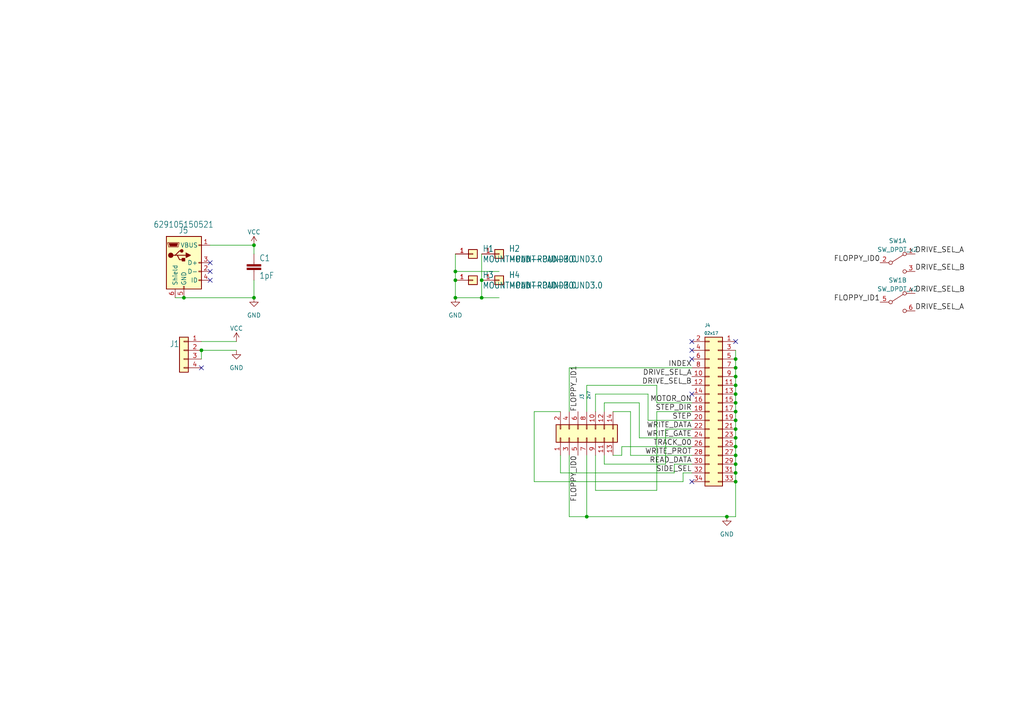
<source format=kicad_sch>
(kicad_sch (version 20210126) (generator eeschema)
  (paper "A4")
  (lib_symbols
    (symbol "Connector:USB_B_Micro" (pin_names (offset 1.016))
      (property "Reference" "J" (at -5.08 11.43 0))
      (property "Value" "USB_B_Micro" (at -5.08 8.89 0))
      (symbol "USB_B_Micro_0_1"
        (circle (center -3.81 2.159) (radius 0.635) (stroke (width 0.254)) (fill (type outline)))
        (circle (center -0.635 3.429) (radius 0.381) (stroke (width 0.254)) (fill (type outline)))
        (rectangle (start -0.127 -7.62) (end 0.127 -6.858))
        (rectangle (start 5.08 -5.207) (end 4.318 -4.953))
        (rectangle (start 5.08 -2.667) (end 4.318 -2.413))
        (rectangle (start 5.08 -0.127) (end 4.318 0.127))
        (rectangle (start 5.08 4.953) (end 4.318 5.207))
        (rectangle (start 0.254 1.27) (end -0.508 0.508) (stroke (width 0.254)) (fill (type outline)))
        (rectangle (start -5.08 -7.62) (end 5.08 7.62) (stroke (width 0.254)) (fill (type background)))
        (polyline (pts (xy -1.905 2.159) (xy 0.635 2.159)) (stroke (width 0.254)))
        (polyline (pts (xy -3.175 2.159) (xy -2.54 2.159) (xy -1.27 3.429) (xy -0.635 3.429)) (stroke (width 0.254)))
        (polyline (pts (xy -2.54 2.159) (xy -1.905 2.159) (xy -1.27 0.889) (xy 0 0.889)) (stroke (width 0.254)))
        (polyline (pts (xy -4.699 5.842) (xy -4.699 5.588) (xy -4.445 4.826) (xy -4.445 4.572) (xy -1.651 4.572) (xy -1.651 4.826) (xy -1.397 5.588) (xy -1.397 5.842) (xy -4.699 5.842)))
        (polyline (pts (xy 0.635 2.794) (xy 0.635 1.524) (xy 1.905 2.159) (xy 0.635 2.794)) (stroke (width 0.254)) (fill (type outline)))
        (polyline (pts (xy -4.318 5.588) (xy -1.778 5.588) (xy -2.032 4.826) (xy -4.064 4.826) (xy -4.318 5.588)) (fill (type outline)))
      )
      (symbol "USB_B_Micro_1_1"
        (pin power_out line (at 7.62 5.08 180) (length 2.54) (name "VBUS") (number "1"))
        (pin bidirectional line (at 7.62 -2.54 180) (length 2.54) (name "D-") (number "2"))
        (pin bidirectional line (at 7.62 0 180) (length 2.54) (name "D+") (number "3"))
        (pin passive line (at 7.62 -5.08 180) (length 2.54) (name "ID") (number "4"))
        (pin power_out line (at 0 -10.16 90) (length 2.54) (name "GND") (number "5"))
        (pin passive line (at -2.54 -10.16 90) (length 2.54) (name "Shield") (number "6"))
      )
    )
    (symbol "Connector_Generic:Conn_01x01" (pin_names (offset 1.016) hide)
      (property "Reference" "J" (at 0 2.54 0))
      (property "Value" "Conn_01x01" (at 0 -2.54 0))
      (symbol "Conn_01x01_1_1"
        (rectangle (start -1.27 0.127) (end 0 -0.127) (stroke (width 0.1524)))
        (rectangle (start -1.27 1.27) (end 1.27 -1.27) (stroke (width 0.254)) (fill (type background)))
        (pin passive line (at -5.08 0 0) (length 3.81) (name "Pin_1") (number "1"))
      )
    )
    (symbol "Connector_Generic:Conn_01x04" (pin_names (offset 1.016) hide)
      (property "Reference" "J" (at 0 5.08 0))
      (property "Value" "Conn_01x04" (at 0 -7.62 0))
      (symbol "Conn_01x04_1_1"
        (rectangle (start -1.27 -4.953) (end 0 -5.207) (stroke (width 0.1524)))
        (rectangle (start -1.27 -2.413) (end 0 -2.667) (stroke (width 0.1524)))
        (rectangle (start -1.27 0.127) (end 0 -0.127) (stroke (width 0.1524)))
        (rectangle (start -1.27 2.667) (end 0 2.413) (stroke (width 0.1524)))
        (rectangle (start -1.27 3.81) (end 1.27 -6.35) (stroke (width 0.254)) (fill (type background)))
        (pin passive line (at -5.08 2.54 0) (length 3.81) (name "Pin_1") (number "1"))
        (pin passive line (at -5.08 0 0) (length 3.81) (name "Pin_2") (number "2"))
        (pin passive line (at -5.08 -2.54 0) (length 3.81) (name "Pin_3") (number "3"))
        (pin passive line (at -5.08 -5.08 0) (length 3.81) (name "Pin_4") (number "4"))
      )
    )
    (symbol "Connector_Generic:Conn_02x07_Odd_Even" (pin_names (offset 1.016) hide)
      (property "Reference" "J" (at 1.27 10.16 0))
      (property "Value" "Conn_02x07_Odd_Even" (at 1.27 -10.16 0))
      (symbol "Conn_02x07_Odd_Even_1_1"
        (rectangle (start -1.27 -7.493) (end 0 -7.747) (stroke (width 0.1524)))
        (rectangle (start -1.27 -4.953) (end 0 -5.207) (stroke (width 0.1524)))
        (rectangle (start -1.27 -2.413) (end 0 -2.667) (stroke (width 0.1524)))
        (rectangle (start -1.27 0.127) (end 0 -0.127) (stroke (width 0.1524)))
        (rectangle (start -1.27 2.667) (end 0 2.413) (stroke (width 0.1524)))
        (rectangle (start -1.27 5.207) (end 0 4.953) (stroke (width 0.1524)))
        (rectangle (start -1.27 7.747) (end 0 7.493) (stroke (width 0.1524)))
        (rectangle (start 3.81 -7.493) (end 2.54 -7.747) (stroke (width 0.1524)))
        (rectangle (start 3.81 -4.953) (end 2.54 -5.207) (stroke (width 0.1524)))
        (rectangle (start 3.81 -2.413) (end 2.54 -2.667) (stroke (width 0.1524)))
        (rectangle (start 3.81 0.127) (end 2.54 -0.127) (stroke (width 0.1524)))
        (rectangle (start 3.81 2.667) (end 2.54 2.413) (stroke (width 0.1524)))
        (rectangle (start 3.81 5.207) (end 2.54 4.953) (stroke (width 0.1524)))
        (rectangle (start 3.81 7.747) (end 2.54 7.493) (stroke (width 0.1524)))
        (rectangle (start -1.27 8.89) (end 3.81 -8.89) (stroke (width 0.254)) (fill (type background)))
        (pin passive line (at -5.08 7.62 0) (length 3.81) (name "Pin_1") (number "1"))
        (pin passive line (at 7.62 -2.54 180) (length 3.81) (name "Pin_10") (number "10"))
        (pin passive line (at -5.08 -5.08 0) (length 3.81) (name "Pin_11") (number "11"))
        (pin passive line (at 7.62 -5.08 180) (length 3.81) (name "Pin_12") (number "12"))
        (pin passive line (at -5.08 -7.62 0) (length 3.81) (name "Pin_13") (number "13"))
        (pin passive line (at 7.62 -7.62 180) (length 3.81) (name "Pin_14") (number "14"))
        (pin passive line (at 7.62 7.62 180) (length 3.81) (name "Pin_2") (number "2"))
        (pin passive line (at -5.08 5.08 0) (length 3.81) (name "Pin_3") (number "3"))
        (pin passive line (at 7.62 5.08 180) (length 3.81) (name "Pin_4") (number "4"))
        (pin passive line (at -5.08 2.54 0) (length 3.81) (name "Pin_5") (number "5"))
        (pin passive line (at 7.62 2.54 180) (length 3.81) (name "Pin_6") (number "6"))
        (pin passive line (at -5.08 0 0) (length 3.81) (name "Pin_7") (number "7"))
        (pin passive line (at 7.62 0 180) (length 3.81) (name "Pin_8") (number "8"))
        (pin passive line (at -5.08 -2.54 0) (length 3.81) (name "Pin_9") (number "9"))
      )
    )
    (symbol "Connector_Generic:Conn_02x17_Odd_Even" (pin_names (offset 1.016) hide)
      (property "Reference" "J" (at 1.27 22.86 0))
      (property "Value" "Conn_02x17_Odd_Even" (at 1.27 -22.86 0))
      (symbol "Conn_02x17_Odd_Even_1_1"
        (rectangle (start -1.27 -20.193) (end 0 -20.447) (stroke (width 0.1524)))
        (rectangle (start -1.27 -17.653) (end 0 -17.907) (stroke (width 0.1524)))
        (rectangle (start -1.27 -15.113) (end 0 -15.367) (stroke (width 0.1524)))
        (rectangle (start -1.27 -12.573) (end 0 -12.827) (stroke (width 0.1524)))
        (rectangle (start -1.27 -10.033) (end 0 -10.287) (stroke (width 0.1524)))
        (rectangle (start -1.27 -7.493) (end 0 -7.747) (stroke (width 0.1524)))
        (rectangle (start -1.27 -4.953) (end 0 -5.207) (stroke (width 0.1524)))
        (rectangle (start -1.27 -2.413) (end 0 -2.667) (stroke (width 0.1524)))
        (rectangle (start -1.27 0.127) (end 0 -0.127) (stroke (width 0.1524)))
        (rectangle (start -1.27 2.667) (end 0 2.413) (stroke (width 0.1524)))
        (rectangle (start -1.27 5.207) (end 0 4.953) (stroke (width 0.1524)))
        (rectangle (start -1.27 7.747) (end 0 7.493) (stroke (width 0.1524)))
        (rectangle (start -1.27 10.287) (end 0 10.033) (stroke (width 0.1524)))
        (rectangle (start -1.27 12.827) (end 0 12.573) (stroke (width 0.1524)))
        (rectangle (start -1.27 15.367) (end 0 15.113) (stroke (width 0.1524)))
        (rectangle (start -1.27 17.907) (end 0 17.653) (stroke (width 0.1524)))
        (rectangle (start -1.27 20.447) (end 0 20.193) (stroke (width 0.1524)))
        (rectangle (start 3.81 -20.193) (end 2.54 -20.447) (stroke (width 0.1524)))
        (rectangle (start 3.81 -17.653) (end 2.54 -17.907) (stroke (width 0.1524)))
        (rectangle (start 3.81 -15.113) (end 2.54 -15.367) (stroke (width 0.1524)))
        (rectangle (start 3.81 -12.573) (end 2.54 -12.827) (stroke (width 0.1524)))
        (rectangle (start 3.81 -10.033) (end 2.54 -10.287) (stroke (width 0.1524)))
        (rectangle (start 3.81 -7.493) (end 2.54 -7.747) (stroke (width 0.1524)))
        (rectangle (start 3.81 -4.953) (end 2.54 -5.207) (stroke (width 0.1524)))
        (rectangle (start 3.81 -2.413) (end 2.54 -2.667) (stroke (width 0.1524)))
        (rectangle (start 3.81 0.127) (end 2.54 -0.127) (stroke (width 0.1524)))
        (rectangle (start 3.81 2.667) (end 2.54 2.413) (stroke (width 0.1524)))
        (rectangle (start 3.81 5.207) (end 2.54 4.953) (stroke (width 0.1524)))
        (rectangle (start 3.81 7.747) (end 2.54 7.493) (stroke (width 0.1524)))
        (rectangle (start 3.81 10.287) (end 2.54 10.033) (stroke (width 0.1524)))
        (rectangle (start 3.81 12.827) (end 2.54 12.573) (stroke (width 0.1524)))
        (rectangle (start 3.81 15.367) (end 2.54 15.113) (stroke (width 0.1524)))
        (rectangle (start 3.81 17.907) (end 2.54 17.653) (stroke (width 0.1524)))
        (rectangle (start 3.81 20.447) (end 2.54 20.193) (stroke (width 0.1524)))
        (rectangle (start -1.27 21.59) (end 3.81 -21.59) (stroke (width 0.254)) (fill (type background)))
        (pin passive line (at -5.08 20.32 0) (length 3.81) (name "Pin_1") (number "1"))
        (pin passive line (at 7.62 10.16 180) (length 3.81) (name "Pin_10") (number "10"))
        (pin passive line (at -5.08 7.62 0) (length 3.81) (name "Pin_11") (number "11"))
        (pin passive line (at 7.62 7.62 180) (length 3.81) (name "Pin_12") (number "12"))
        (pin passive line (at -5.08 5.08 0) (length 3.81) (name "Pin_13") (number "13"))
        (pin passive line (at 7.62 5.08 180) (length 3.81) (name "Pin_14") (number "14"))
        (pin passive line (at -5.08 2.54 0) (length 3.81) (name "Pin_15") (number "15"))
        (pin passive line (at 7.62 2.54 180) (length 3.81) (name "Pin_16") (number "16"))
        (pin passive line (at -5.08 0 0) (length 3.81) (name "Pin_17") (number "17"))
        (pin passive line (at 7.62 0 180) (length 3.81) (name "Pin_18") (number "18"))
        (pin passive line (at -5.08 -2.54 0) (length 3.81) (name "Pin_19") (number "19"))
        (pin passive line (at 7.62 20.32 180) (length 3.81) (name "Pin_2") (number "2"))
        (pin passive line (at 7.62 -2.54 180) (length 3.81) (name "Pin_20") (number "20"))
        (pin passive line (at -5.08 -5.08 0) (length 3.81) (name "Pin_21") (number "21"))
        (pin passive line (at 7.62 -5.08 180) (length 3.81) (name "Pin_22") (number "22"))
        (pin passive line (at -5.08 -7.62 0) (length 3.81) (name "Pin_23") (number "23"))
        (pin passive line (at 7.62 -7.62 180) (length 3.81) (name "Pin_24") (number "24"))
        (pin passive line (at -5.08 -10.16 0) (length 3.81) (name "Pin_25") (number "25"))
        (pin passive line (at 7.62 -10.16 180) (length 3.81) (name "Pin_26") (number "26"))
        (pin passive line (at -5.08 -12.7 0) (length 3.81) (name "Pin_27") (number "27"))
        (pin passive line (at 7.62 -12.7 180) (length 3.81) (name "Pin_28") (number "28"))
        (pin passive line (at -5.08 -15.24 0) (length 3.81) (name "Pin_29") (number "29"))
        (pin passive line (at -5.08 17.78 0) (length 3.81) (name "Pin_3") (number "3"))
        (pin passive line (at 7.62 -15.24 180) (length 3.81) (name "Pin_30") (number "30"))
        (pin passive line (at -5.08 -17.78 0) (length 3.81) (name "Pin_31") (number "31"))
        (pin passive line (at 7.62 -17.78 180) (length 3.81) (name "Pin_32") (number "32"))
        (pin passive line (at -5.08 -20.32 0) (length 3.81) (name "Pin_33") (number "33"))
        (pin passive line (at 7.62 -20.32 180) (length 3.81) (name "Pin_34") (number "34"))
        (pin passive line (at 7.62 17.78 180) (length 3.81) (name "Pin_4") (number "4"))
        (pin passive line (at -5.08 15.24 0) (length 3.81) (name "Pin_5") (number "5"))
        (pin passive line (at 7.62 15.24 180) (length 3.81) (name "Pin_6") (number "6"))
        (pin passive line (at -5.08 12.7 0) (length 3.81) (name "Pin_7") (number "7"))
        (pin passive line (at 7.62 12.7 180) (length 3.81) (name "Pin_8") (number "8"))
        (pin passive line (at -5.08 10.16 0) (length 3.81) (name "Pin_9") (number "9"))
      )
    )
    (symbol "Switch:SW_DPDT_x2" (pin_names (offset 0) hide)
      (property "Reference" "SW" (at 0 4.318 0))
      (property "Value" "SW_DPDT_x2" (at 0 -5.08 0))
      (symbol "SW_DPDT_x2_0_0"
        (circle (center -2.032 0) (radius 0.508))
        (circle (center 2.032 -2.54) (radius 0.508))
      )
      (symbol "SW_DPDT_x2_0_1"
        (circle (center 2.032 2.54) (radius 0.508))
        (polyline (pts (xy -1.524 0.254) (xy 1.651 2.286)))
      )
      (symbol "SW_DPDT_x2_1_1"
        (pin passive line (at 5.08 2.54 180) (length 2.54) (name "A") (number "1"))
        (pin passive line (at -5.08 0 0) (length 2.54) (name "B") (number "2"))
        (pin passive line (at 5.08 -2.54 180) (length 2.54) (name "C") (number "3"))
      )
      (symbol "SW_DPDT_x2_2_1"
        (pin passive line (at 5.08 2.54 180) (length 2.54) (name "A") (number "4"))
        (pin passive line (at -5.08 0 0) (length 2.54) (name "B") (number "5"))
        (pin passive line (at 5.08 -2.54 180) (length 2.54) (name "C") (number "6"))
      )
    )
    (symbol "board-eagle-import:C-EUC0805K"
      (property "Reference" "C" (at 1.524 0.381 0))
      (property "Value" "C-EUC0805K" (at 1.524 -4.699 0))
      (symbol "C-EUC0805K_1_0"
        (rectangle (start -2.032 -2.032) (end 2.032 -1.524) (fill (type outline)))
        (rectangle (start -2.032 -1.016) (end 2.032 -0.508) (fill (type outline)))
        (polyline (pts (xy 0 -2.54) (xy 0 -2.032)) (stroke (width 0.1524)))
        (polyline (pts (xy 0 0) (xy 0 -0.508)) (stroke (width 0.1524)))
        (pin passive line (at 0 2.54 270) (length 2.54) (name "1") (number "1"))
        (pin passive line (at 0 -5.08 90) (length 2.54) (name "2") (number "2"))
      )
    )
    (symbol "power:GND" (power) (pin_names (offset 0))
      (property "Value" "GND" (at 0 -3.81 0))
      (symbol "GND_0_1"
        (polyline (pts (xy 0 0) (xy 0 -1.27) (xy 1.27 -1.27) (xy 0 -2.54) (xy -1.27 -1.27) (xy 0 -1.27)))
      )
      (symbol "GND_1_1"
        (pin power_in line (at 0 0 270) (length 0) hide (name "GND") (number "1"))
      )
    )
    (symbol "power:VCC" (power) (pin_names (offset 0))
      (property "Value" "VCC" (at 0 3.81 0))
      (symbol "VCC_0_1"
        (polyline (pts (xy -0.762 1.27) (xy 0 2.54)))
        (polyline (pts (xy 0 0) (xy 0 2.54)))
        (polyline (pts (xy 0 2.54) (xy 0.762 1.27)))
      )
      (symbol "VCC_1_1"
        (pin power_in line (at 0 0 90) (length 0) hide (name "VCC") (number "1"))
      )
    )
  )
  (junction (at 53.34 86.36) (diameter 0.9144))
  (junction (at 58.42 101.6) (diameter 0.9144))
  (junction (at 73.66 71.12) (diameter 0.9144))
  (junction (at 73.66 86.36) (diameter 0.9144))
  (junction (at 132.08 78.74) (diameter 0.9144))
  (junction (at 132.08 81.28) (diameter 0.9144))
  (junction (at 132.08 86.36) (diameter 0.9144))
  (junction (at 139.7 81.28) (diameter 0.9144))
  (junction (at 139.7 86.36) (diameter 0.9144))
  (junction (at 170.18 149.86) (diameter 0.9144))
  (junction (at 210.82 149.86) (diameter 0.9144))
  (junction (at 213.36 104.14) (diameter 0.9144))
  (junction (at 213.36 106.68) (diameter 0.9144))
  (junction (at 213.36 109.22) (diameter 0.9144))
  (junction (at 213.36 111.76) (diameter 0.9144))
  (junction (at 213.36 114.3) (diameter 0.9144))
  (junction (at 213.36 116.84) (diameter 0.9144))
  (junction (at 213.36 119.38) (diameter 0.9144))
  (junction (at 213.36 121.92) (diameter 0.9144))
  (junction (at 213.36 124.46) (diameter 0.9144))
  (junction (at 213.36 127) (diameter 0.9144))
  (junction (at 213.36 129.54) (diameter 0.9144))
  (junction (at 213.36 132.08) (diameter 0.9144))
  (junction (at 213.36 134.62) (diameter 0.9144))
  (junction (at 213.36 137.16) (diameter 0.9144))
  (junction (at 213.36 139.7) (diameter 0.9144))
  (no_connect (at 58.42 106.68))
  (no_connect (at 60.96 76.2))
  (no_connect (at 60.96 78.74))
  (no_connect (at 60.96 81.28))
  (no_connect (at 200.66 99.06))
  (no_connect (at 200.66 101.6))
  (no_connect (at 200.66 104.14))
  (no_connect (at 200.66 114.3))
  (no_connect (at 200.66 139.7))
  (no_connect (at 213.36 99.06))
  (wire (pts (xy 53.34 86.36) (xy 50.8 86.36)))
  (wire (pts (xy 53.34 86.36) (xy 73.66 86.36)))
  (wire (pts (xy 58.42 99.06) (xy 68.58 99.06)))
  (wire (pts (xy 58.42 101.6) (xy 58.42 104.14)))
  (wire (pts (xy 58.42 101.6) (xy 68.58 101.6)))
  (wire (pts (xy 73.66 71.12) (xy 60.96 71.12)))
  (wire (pts (xy 73.66 73.66) (xy 73.66 71.12)))
  (wire (pts (xy 73.66 86.36) (xy 73.66 81.28)))
  (wire (pts (xy 132.08 73.66) (xy 132.08 78.74)))
  (wire (pts (xy 132.08 78.74) (xy 132.08 81.28)))
  (wire (pts (xy 132.08 78.74) (xy 144.78 78.74)))
  (wire (pts (xy 132.08 81.28) (xy 132.08 86.36)))
  (wire (pts (xy 132.08 86.36) (xy 139.7 86.36)))
  (wire (pts (xy 139.7 73.66) (xy 139.7 81.28)))
  (wire (pts (xy 139.7 81.28) (xy 139.7 86.36)))
  (wire (pts (xy 139.7 86.36) (xy 144.78 86.36)))
  (wire (pts (xy 154.94 119.38) (xy 154.94 139.7)))
  (wire (pts (xy 154.94 139.7) (xy 198.12 139.7)))
  (wire (pts (xy 162.56 119.38) (xy 154.94 119.38)))
  (wire (pts (xy 162.56 132.08) (xy 162.56 137.16)))
  (wire (pts (xy 165.1 106.68) (xy 200.66 106.68)))
  (wire (pts (xy 165.1 119.38) (xy 165.1 106.68)))
  (wire (pts (xy 165.1 132.08) (xy 165.1 149.86)))
  (wire (pts (xy 165.1 149.86) (xy 170.18 149.86)))
  (wire (pts (xy 170.18 119.38) (xy 170.18 111.76)))
  (wire (pts (xy 170.18 132.08) (xy 170.18 149.86)))
  (wire (pts (xy 170.18 149.86) (xy 210.82 149.86)))
  (wire (pts (xy 172.72 114.3) (xy 172.72 119.38)))
  (wire (pts (xy 172.72 142.24) (xy 172.72 132.08)))
  (wire (pts (xy 175.26 116.84) (xy 175.26 119.38)))
  (wire (pts (xy 175.26 132.08) (xy 175.26 134.62)))
  (wire (pts (xy 175.26 134.62) (xy 193.04 134.62)))
  (wire (pts (xy 177.8 119.38) (xy 182.88 119.38)))
  (wire (pts (xy 180.34 129.54) (xy 180.34 132.08)))
  (wire (pts (xy 180.34 129.54) (xy 200.66 129.54)))
  (wire (pts (xy 180.34 132.08) (xy 177.8 132.08)))
  (wire (pts (xy 182.88 119.38) (xy 182.88 132.08)))
  (wire (pts (xy 182.88 132.08) (xy 200.66 132.08)))
  (wire (pts (xy 185.42 116.84) (xy 175.26 116.84)))
  (wire (pts (xy 185.42 127) (xy 185.42 116.84)))
  (wire (pts (xy 185.42 127) (xy 200.66 127)))
  (wire (pts (xy 187.96 114.3) (xy 172.72 114.3)))
  (wire (pts (xy 187.96 121.92) (xy 187.96 114.3)))
  (wire (pts (xy 190.5 111.76) (xy 170.18 111.76)))
  (wire (pts (xy 190.5 116.84) (xy 190.5 111.76)))
  (wire (pts (xy 190.5 119.38) (xy 190.5 142.24)))
  (wire (pts (xy 190.5 142.24) (xy 172.72 142.24)))
  (wire (pts (xy 193.04 124.46) (xy 193.04 134.62)))
  (wire (pts (xy 193.04 124.46) (xy 200.66 124.46)))
  (wire (pts (xy 195.58 134.62) (xy 195.58 137.16)))
  (wire (pts (xy 195.58 137.16) (xy 162.56 137.16)))
  (wire (pts (xy 198.12 137.16) (xy 200.66 137.16)))
  (wire (pts (xy 198.12 139.7) (xy 198.12 137.16)))
  (wire (pts (xy 200.66 116.84) (xy 190.5 116.84)))
  (wire (pts (xy 200.66 119.38) (xy 190.5 119.38)))
  (wire (pts (xy 200.66 121.92) (xy 187.96 121.92)))
  (wire (pts (xy 200.66 134.62) (xy 195.58 134.62)))
  (wire (pts (xy 213.36 101.6) (xy 213.36 104.14)))
  (wire (pts (xy 213.36 104.14) (xy 213.36 106.68)))
  (wire (pts (xy 213.36 106.68) (xy 213.36 109.22)))
  (wire (pts (xy 213.36 109.22) (xy 213.36 111.76)))
  (wire (pts (xy 213.36 111.76) (xy 213.36 114.3)))
  (wire (pts (xy 213.36 114.3) (xy 213.36 116.84)))
  (wire (pts (xy 213.36 116.84) (xy 213.36 119.38)))
  (wire (pts (xy 213.36 119.38) (xy 213.36 121.92)))
  (wire (pts (xy 213.36 121.92) (xy 213.36 124.46)))
  (wire (pts (xy 213.36 124.46) (xy 213.36 127)))
  (wire (pts (xy 213.36 127) (xy 213.36 129.54)))
  (wire (pts (xy 213.36 129.54) (xy 213.36 132.08)))
  (wire (pts (xy 213.36 132.08) (xy 213.36 134.62)))
  (wire (pts (xy 213.36 134.62) (xy 213.36 137.16)))
  (wire (pts (xy 213.36 137.16) (xy 213.36 139.7)))
  (wire (pts (xy 213.36 139.7) (xy 213.36 149.86)))
  (wire (pts (xy 213.36 149.86) (xy 210.82 149.86)))
  (label "FLOPPY_ID1" (at 167.64 119.38 90) (effects (font (size 1.5113 1.5113))))
  (label "FLOPPY_ID0" (at 167.64 132.08 270) (effects (font (size 1.5113 1.5113))))
  (label "INDEX" (at 200.66 106.68 180) (effects (font (size 1.5113 1.5113))))
  (label "DRIVE_SEL_A" (at 200.66 109.22 180) (effects (font (size 1.5113 1.5113))))
  (label "DRIVE_SEL_B" (at 200.66 111.76 180) (effects (font (size 1.5113 1.5113))))
  (label "MOTOR_ON" (at 200.66 116.84 180) (effects (font (size 1.5113 1.5113))))
  (label "STEP_DIR" (at 200.66 119.38 180) (effects (font (size 1.5113 1.5113))))
  (label "STEP" (at 200.66 121.92 180) (effects (font (size 1.5113 1.5113))))
  (label "WRITE_DATA" (at 200.66 124.46 180) (effects (font (size 1.5113 1.5113))))
  (label "WRITE_GATE" (at 200.66 127 180) (effects (font (size 1.5113 1.5113))))
  (label "TRACK_00" (at 200.66 129.54 180) (effects (font (size 1.5113 1.5113))))
  (label "WRITE_PROT" (at 200.66 132.08 180) (effects (font (size 1.5113 1.5113))))
  (label "READ_DATA" (at 200.66 134.62 180) (effects (font (size 1.5113 1.5113))))
  (label "SIDE_SEL" (at 200.66 137.16 180) (effects (font (size 1.5113 1.5113))))
  (label "FLOPPY_ID0" (at 255.27 76.2 180) (effects (font (size 1.5113 1.5113))))
  (label "FLOPPY_ID1" (at 255.27 87.63 180) (effects (font (size 1.5113 1.5113))))
  (label "DRIVE_SEL_A" (at 265.43 73.66 0) (effects (font (size 1.5113 1.5113))))
  (label "DRIVE_SEL_B" (at 265.43 78.74 0) (effects (font (size 1.5113 1.5113))))
  (label "DRIVE_SEL_B" (at 265.43 85.09 0) (effects (font (size 1.5113 1.5113))))
  (label "DRIVE_SEL_A" (at 265.43 90.17 0) (effects (font (size 1.5113 1.5113))))
  (symbol (lib_id "power:VCC") (at 68.58 99.06 0) (unit 1)
    (property "Reference" "#PWR0102" (effects hide))
    (property "Value" "VCC" (at 68.58 95.25 0))
  )
  (symbol (lib_id "power:VCC") (at 73.66 71.12 0) (unit 1)
    (property "Reference" "#PWR0104" (effects hide))
    (property "Value" "VCC" (at 73.66 67.31 0))
  )
  (symbol (lib_id "power:GND") (at 68.58 101.6 0) (unit 1)
    (property "Reference" "#PWR0103" (effects hide))
    (property "Value" "GND" (at 68.58 106.68 0))
  )
  (symbol (lib_id "power:GND") (at 73.66 86.36 0) (unit 1)
    (property "Reference" "#PWR0105" (effects hide))
    (property "Value" "GND" (at 73.66 91.44 0))
  )
  (symbol (lib_id "power:GND") (at 132.08 86.36 0) (unit 1)
    (property "Reference" "#PWR0101" (effects hide))
    (property "Value" "GND" (at 132.08 91.44 0))
  )
  (symbol (lib_id "power:GND") (at 210.82 149.86 0) (unit 1)
    (property "Reference" "#PWR0106" (effects hide))
    (property "Value" "GND" (at 210.82 154.94 0))
  )
  (symbol (lib_id "Connector_Generic:Conn_01x01") (at 137.16 73.66 0) (unit 1)
    (property "Reference" "H1" (at 139.954 73.0758 0) (effects (font (size 1.778 1.5113)) (justify left bottom)))
    (property "Value" "MOUNT-PAD-ROUND3.0" (at 139.954 76.1238 0) (effects (font (size 1.778 1.5113)) (justify left bottom)))
    (property "Footprint" "MountingHole:MountingHole_3.2mm_M3_Pad_Via" (effects hide))
  )
  (symbol (lib_id "Connector_Generic:Conn_01x01") (at 137.16 81.28 0) (unit 1)
    (property "Reference" "H3" (at 139.954 80.6958 0) (effects (font (size 1.778 1.5113)) (justify left bottom)))
    (property "Value" "MOUNT-PAD-ROUND3.0" (at 139.954 83.7438 0) (effects (font (size 1.778 1.5113)) (justify left bottom)))
    (property "Footprint" "MountingHole:MountingHole_3.2mm_M3_Pad_Via" (effects hide))
  )
  (symbol (lib_id "Connector_Generic:Conn_01x01") (at 144.78 73.66 0) (unit 1)
    (property "Reference" "H2" (at 147.574 73.0758 0) (effects (font (size 1.778 1.5113)) (justify left bottom)))
    (property "Value" "MOUNT-PAD-ROUND3.0" (at 147.574 76.1238 0) (effects (font (size 1.778 1.5113)) (justify left bottom)))
    (property "Footprint" "MountingHole:MountingHole_3.2mm_M3_Pad_Via" (effects hide))
  )
  (symbol (lib_id "Connector_Generic:Conn_01x01") (at 144.78 81.28 0) (unit 1)
    (property "Reference" "H4" (at 147.574 80.6958 0) (effects (font (size 1.778 1.5113)) (justify left bottom)))
    (property "Value" "MOUNT-PAD-ROUND3.0" (at 147.574 83.7438 0) (effects (font (size 1.778 1.5113)) (justify left bottom)))
    (property "Footprint" "MountingHole:MountingHole_3.2mm_M3_Pad_Via" (effects hide))
  )
  (symbol (lib_id "board-eagle-import:C-EUC0805K") (at 73.66 76.2 0) (unit 1)
    (property "Reference" "C1" (at 75.184 75.819 0) (effects (font (size 1.778 1.5113)) (justify left bottom)))
    (property "Value" "1pF" (at 75.184 80.899 0) (effects (font (size 1.778 1.5113)) (justify left bottom)))
    (property "Footprint" "Capacitor_SMD:C_0603_1608Metric" (effects hide))
  )
  (symbol (lib_id "Switch:SW_DPDT_x2") (at 260.35 76.2 0) (unit 1)
    (property "Reference" "SW1" (at 260.35 69.85 0))
    (property "Value" "SW_DPDT_x2" (at 260.35 72.39 0))
    (property "Footprint" "Connector_PinHeader_2.54mm:PinHeader_2x03_P2.54mm_Vertical" (effects hide))
  )
  (symbol (lib_id "Switch:SW_DPDT_x2") (at 260.35 87.63 0) (unit 2)
    (property "Reference" "SW1" (at 260.35 81.28 0))
    (property "Value" "SW_DPDT_x2" (at 260.35 83.82 0))
    (property "Footprint" "Connector_PinHeader_2.54mm:PinHeader_2x03_P2.54mm_Vertical" (effects hide))
  )
  (symbol (lib_id "Connector_Generic:Conn_01x04") (at 53.34 101.6 0) (mirror y) (unit 1)
    (property "Reference" "J1" (at 52.05 100.715 0) (effects (font (size 1.778 1.5113)) (justify left bottom)))
    (property "Value" " 61900411021 " (effects hide))
    (property "Footprint" "Connector_PinHeader_2.54mm:PinHeader_1x04_P2.54mm_Vertical" (effects hide))
  )
  (symbol (lib_id "Connector:USB_B_Micro") (at 53.34 76.2 0) (unit 1)
    (property "Reference" "J5" (at 53.22 67.77 0) (effects (font (size 1.778 1.5113)) (justify bottom)))
    (property "Value" "629105150521" (at 44.48 66.09 0) (effects (font (size 1.778 1.5113)) (justify left bottom)))
    (property "Footprint" "Connector_USB:USB_Micro-B_Wuerth_629105150521" (effects hide))
  )
  (symbol (lib_id "Connector_Generic:Conn_02x07_Odd_Even") (at 170.18 127 90) (unit 1)
    (property "Reference" "J3" (at 169.33 115.88 0) (effects (font (size 1.016 0.8636)) (justify left bottom)))
    (property "Value" "2x7" (at 171.25 115.84 0) (effects (font (size 0.8636 0.8636)) (justify left bottom)))
    (property "Footprint" "Connector_IDC:IDC-Header_2x07_P2.54mm_Horizontal" (effects hide))
  )
  (symbol (lib_id "Connector_Generic:Conn_02x17_Odd_Even") (at 208.28 119.38 0) (mirror y) (unit 1)
    (property "Reference" "J4" (at 204.38 94.9 0) (effects (font (size 1.016 0.8636)) (justify right bottom)))
    (property "Value" "02x17" (at 204.24 97.12 0) (effects (font (size 0.8636 0.8636)) (justify right bottom)))
    (property "Footprint" "Connector_PinHeader_2.54mm:PinHeader_2x17_P2.54mm_Vertical" (effects hide))
  )
)
</source>
